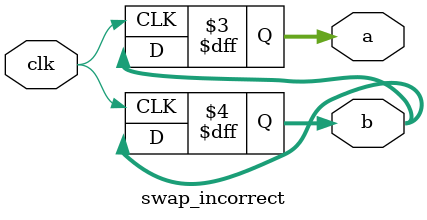
<source format=v>
`timescale 1ns / 1ps
module swap_incorrect(
    output reg [3:0] a,
    output reg [3:0] b,
    input clk
    );
	 initial
	 begin
	 //assign initial values to a and b
	 a = 4;
	 b = 3;
	 end
	 always@(posedge clk)
	 begin 
	 //swap a and b at every posedge of the clock
	 a = b;
	 b = a;	
	 end

endmodule

</source>
